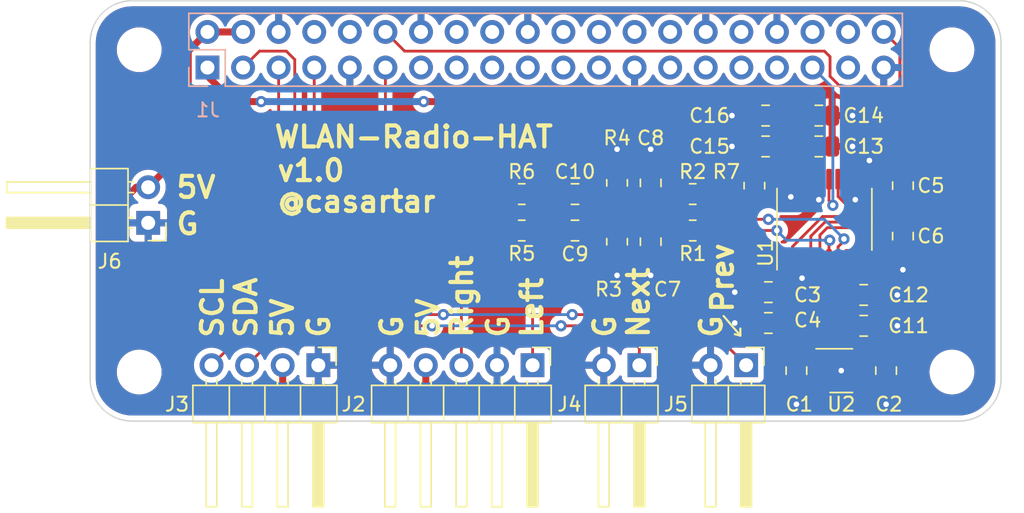
<source format=kicad_pcb>
(kicad_pcb (version 20221018) (generator pcbnew)
  (layers (0 "F.Cu" signal) (31 "B.Cu" signal) (34 "B.Paste" user) (35 "F.Paste" user) (36 "B.SilkS" user "B.Silkscreen") (37 "F.SilkS" user "F.Silkscreen") (38 "B.Mask" user) (39 "F.Mask" user) (44 "Edge.Cuts" user))
  (net 0 "")
  (net 1 "+5V")
  (net 2 "GND")
  (net 3 "+3.3VA")
  (net 4 "Net-(U1-CAPP)")
  (net 5 "Net-(U1-CAPM)")
  (net 6 "Net-(U1-VNEG)")
  (net 7 "Net-(C7-Pad1)")
  (net 8 "Net-(C10-Pad1)")
  (net 9 "Net-(C9-Pad2)")
  (net 10 "Net-(C10-Pad2)")
  (net 11 "Net-(U1-LDOO)")
  (net 12 "+3V3")
  (net 13 "LCD_SDA")
  (net 14 "LCD_SCL")
  (net 15 "Next Button")
  (net 16 "Previous Button")
  (net 17 "BCK")
  (net 30 "LRCK")
  (net 33 "DIN")
  (net 34 "Net-(J2-Pin_1)")
  (net 35 "Net-(J2-Pin_3)")
  (net 36 "Net-(U1-OUTL)")
  (net 37 "Net-(U1-OUTR)")
  (net 38 "Net-(U1-XSMT)")
  (footprint "Capacitor_SMD:C_0805_2012Metric" (layer "F.Cu") (at 158 86.8 -90)
    (fp_text reference "C6" (at 0 -2 -180) (layer "F.SilkS"))
    (fp_text value "2.2µF")
    (pad "1" smd roundrect (at -0.95 0 270) (size 1 1.45) (layers "F.Cu" "F.Paste" "F.Mask") (net 6 "Net-(U1-VNEG)"))
    (pad "2" smd roundrect (at 0.95 0 270) (size 1 1.45) (layers "F.Cu" "F.Paste" "F.Mask") (net 2 "GND"))
  )
  (footprint "Connector_PinHeader_2.54mm:PinHeader_1x04_P2.54mm_Horizontal" (layer "F.Cu") (at 116.28 96.012 -90)
    (fp_text reference "J3" (at 2.788 10.08 -180) (layer "F.SilkS"))
    (fp_text value "LCD")
    (pad "1" thru_hole rect (at 0 0 270) (size 1.7 1.7) (drill 1) (layers "*.Cu" "*.Mask") (net 2 "GND"))
    (pad "2" thru_hole oval (at 0 2.54 270) (size 1.7 1.7) (drill 1) (layers "*.Cu" "*.Mask") (net 1 "+5V"))
    (pad "3" thru_hole oval (at 0 5.08 270) (size 1.7 1.7) (drill 1) (layers "*.Cu" "*.Mask") (net 13 "LCD_SDA"))
    (pad "4" thru_hole oval (at 0 7.62 270) (size 1.7 1.7) (drill 1) (layers "*.Cu" "*.Mask") (net 14 "LCD_SCL"))
  )
  (footprint "MountingHole:MountingHole_2.7mm_M2.5" (layer "F.Cu") (at 161.5 73.5)
    (fp_text reference "H2" hide)
    (fp_text value "MountingHole")
    (pad "" np_thru_hole circle (at 0 0) (size 2.7 2.7) (drill 2.7) (layers "*.Cu" "*.Mask"))
  )
  (footprint "Connector_PinHeader_2.54mm:PinHeader_1x02_P2.54mm_Horizontal" (layer "F.Cu") (at 146.812 96.012 -90)
    (fp_text reference "J5" (at 2.788 5.012 -180) (layer "F.SilkS"))
    (fp_text value "Prev")
    (pad "1" thru_hole rect (at 0 0 270) (size 1.7 1.7) (drill 1) (layers "*.Cu" "*.Mask") (net 16 "Previous Button"))
    (pad "2" thru_hole oval (at 0 2.54 270) (size 1.7 1.7) (drill 1) (layers "*.Cu" "*.Mask") (net 2 "GND"))
  )
  (footprint "MountingHole:MountingHole_2.7mm_M2.5" (layer "F.Cu") (at 103.5 73.5)
    (fp_text reference "H3" hide)
    (fp_text value "MountingHole")
    (pad "" np_thru_hole circle (at 0 0) (size 2.7 2.7) (drill 2.7) (layers "*.Cu" "*.Mask"))
  )
  (footprint "Resistor_SMD:R_0805_2012Metric" (layer "F.Cu") (at 147.4 83.2 -90)
    (fp_text reference "R7" (at -1 2 -180) (layer "F.SilkS"))
    (fp_text value "10k")
    (pad "1" smd roundrect (at -0.9125 0 270) (size 1.025 1.4) (layers "F.Cu" "F.Paste" "F.Mask") (roundrect_rratio 0.243902) (net 12 "+3V3"))
    (pad "2" smd roundrect (at 0.9125 0 270) (size 1.025 1.4) (layers "F.Cu" "F.Paste" "F.Mask") (roundrect_rratio 0.243902) (net 38 "Net-(U1-XSMT)"))
  )
  (footprint "Connector_PinHeader_2.54mm:PinHeader_1x02_P2.54mm_Horizontal" (layer "F.Cu") (at 104.14 85.852 180)
    (fp_text reference "J6" (at 2.74 -2.748) (layer "F.SilkS"))
    (fp_text value "Supply")
    (pad "1" thru_hole rect (at 0 0 180) (size 1.7 1.7) (drill 1) (layers "*.Cu" "*.Mask") (net 2 "GND"))
    (pad "2" thru_hole oval (at 0 2.54 180) (size 1.7 1.7) (drill 1) (layers "*.Cu" "*.Mask") (net 1 "+5V"))
  )
  (footprint "Capacitor_SMD:C_0805_2012Metric" (layer "F.Cu") (at 156.8 96.4 -90)
    (fp_text reference "C2" (at 2.4 -0.2 -180) (layer "F.SilkS"))
    (fp_text value "1µF")
    (pad "1" smd roundrect (at -0.95 0 270) (size 1 1.45) (layers "F.Cu" "F.Paste" "F.Mask") (net 3 "+3.3VA"))
    (pad "2" smd roundrect (at 0.95 0 270) (size 1 1.45) (layers "F.Cu" "F.Paste" "F.Mask") (net 2 "GND"))
  )
  (footprint "Connector_PinHeader_2.54mm:PinHeader_1x02_P2.54mm_Horizontal" (layer "F.Cu") (at 139.192 96.012 -90)
    (fp_text reference "J4" (at 2.788 4.992 -180) (layer "F.SilkS"))
    (fp_text value "Next")
    (pad "1" thru_hole rect (at 0 0 270) (size 1.7 1.7) (drill 1) (layers "*.Cu" "*.Mask") (net 15 "Next Button"))
    (pad "2" thru_hole oval (at 0 2.54 270) (size 1.7 1.7) (drill 1) (layers "*.Cu" "*.Mask") (net 2 "GND"))
  )
  (footprint "Resistor_SMD:R_0805_2012Metric" (layer "F.Cu") (at 137.6 83 90)
    (fp_text reference "R4" (at 3.2 0 180) (layer "F.SilkS"))
    (fp_text value "DNF")
    (pad "1" smd roundrect (at -0.9125 0 90) (size 1.025 1.4) (layers "F.Cu" "F.Paste" "F.Mask") (roundrect_rratio 0.243902) (net 8 "Net-(C10-Pad1)"))
    (pad "2" smd roundrect (at 0.9125 0 90) (size 1.025 1.4) (layers "F.Cu" "F.Paste" "F.Mask") (roundrect_rratio 0.243902) (net 2 "GND"))
  )
  (footprint "Capacitor_SMD:C_0805_2012Metric" (layer "F.Cu") (at 148.4 93 180)
    (fp_text reference "C4" (at -2.8 0.2) (layer "F.SilkS"))
    (fp_text value "10µF")
    (pad "1" smd roundrect (at -0.95 0 180) (size 1 1.45) (layers "F.Cu" "F.Paste" "F.Mask") (net 3 "+3.3VA"))
    (pad "2" smd roundrect (at 0.95 0 180) (size 1 1.45) (layers "F.Cu" "F.Paste" "F.Mask") (net 2 "GND"))
  )
  (footprint "Resistor_SMD:R_0805_2012Metric" (layer "F.Cu") (at 130.8 86.4 180)
    (fp_text reference "R5" (at 0 -1.65) (layer "F.SilkS"))
    (fp_text value "0R")
    (pad "1" smd roundrect (at -0.9125 0 180) (size 1.025 1.4) (layers "F.Cu" "F.Paste" "F.Mask") (roundrect_rratio 0.243902) (net 9 "Net-(C9-Pad2)"))
    (pad "2" smd roundrect (at 0.9125 0 180) (size 1.025 1.4) (layers "F.Cu" "F.Paste" "F.Mask") (roundrect_rratio 0.243902) (net 34 "Net-(J2-Pin_1)"))
  )
  (footprint "Capacitor_SMD:C_0805_2012Metric" (layer "F.Cu") (at 150.4 96.4 -90)
    (fp_text reference "C1" (at 2.4 -0.2 -180) (layer "F.SilkS"))
    (fp_text value "1µF")
    (pad "1" smd roundrect (at -0.95 0 270) (size 1 1.45) (layers "F.Cu" "F.Paste" "F.Mask") (net 1 "+5V"))
    (pad "2" smd roundrect (at 0.95 0 270) (size 1 1.45) (layers "F.Cu" "F.Paste" "F.Mask") (net 2 "GND"))
  )
  (footprint "Capacitor_SMD:C_0805_2012Metric" (layer "F.Cu") (at 140 83 90)
    (fp_text reference "C8" (at 3.2 0 180) (layer "F.SilkS"))
    (fp_text value "2.2nF")
    (pad "1" smd roundrect (at -0.95 0 90) (size 1 1.45) (layers "F.Cu" "F.Paste" "F.Mask") (net 8 "Net-(C10-Pad1)"))
    (pad "2" smd roundrect (at 0.95 0 90) (size 1 1.45) (layers "F.Cu" "F.Paste" "F.Mask") (net 2 "GND"))
  )
  (footprint "MountingHole:MountingHole_2.7mm_M2.5" (layer "F.Cu") (at 103.5 96.5)
    (fp_text reference "H4" hide)
    (fp_text value "MountingHole")
    (pad "" np_thru_hole circle (at 0 0) (size 2.7 2.7) (drill 2.7) (layers "*.Cu" "*.Mask"))
  )
  (footprint "Capacitor_SMD:C_0805_2012Metric" (layer "F.Cu") (at 134.6 86.4 180)
    (fp_text reference "C9" (at 0 -1.68) (layer "F.SilkS"))
    (fp_text value "0R")
    (pad "1" smd roundrect (at -0.95 0 180) (size 1 1.45) (layers "F.Cu" "F.Paste" "F.Mask") (net 7 "Net-(C7-Pad1)"))
    (pad "2" smd roundrect (at 0.95 0 180) (size 1 1.45) (layers "F.Cu" "F.Paste" "F.Mask") (net 9 "Net-(C9-Pad2)"))
  )
  (footprint "Connector_PinHeader_2.54mm:PinHeader_1x05_P2.54mm_Horizontal" (layer "F.Cu") (at 131.572 96.012 -90)
    (fp_text reference "J2" (at 2.788 12.772 -180) (layer "F.SilkS"))
    (fp_text value "Amp")
    (pad "1" thru_hole rect (at 0 0 270) (size 1.7 1.7) (drill 1) (layers "*.Cu" "*.Mask") (net 34 "Net-(J2-Pin_1)"))
    (pad "2" thru_hole oval (at 0 2.54 270) (size 1.7 1.7) (drill 1) (layers "*.Cu" "*.Mask") (net 2 "GND"))
    (pad "3" thru_hole oval (at 0 5.08 270) (size 1.7 1.7) (drill 1) (layers "*.Cu" "*.Mask") (net 35 "Net-(J2-Pin_3)"))
    (pad "4" thru_hole oval (at 0 7.62 270) (size 1.7 1.7) (drill 1) (layers "*.Cu" "*.Mask") (net 1 "+5V"))
    (pad "5" thru_hole oval (at 0 10.16 270) (size 1.7 1.7) (drill 1) (layers "*.Cu" "*.Mask") (net 2 "GND"))
  )
  (footprint "Capacitor_SMD:C_0805_2012Metric" (layer "F.Cu") (at 148.4 90.8 180)
    (fp_text reference "C3" (at -2.8 -0.2) (layer "F.SilkS"))
    (fp_text value "100nF")
    (pad "1" smd roundrect (at -0.95 0 180) (size 1 1.45) (layers "F.Cu" "F.Paste" "F.Mask") (net 3 "+3.3VA"))
    (pad "2" smd roundrect (at 0.95 0 180) (size 1 1.45) (layers "F.Cu" "F.Paste" "F.Mask") (net 2 "GND"))
  )
  (footprint "Resistor_SMD:R_0805_2012Metric" (layer "F.Cu") (at 130.8 83.8 180)
    (fp_text reference "R6" (at 0 1.6) (layer "F.SilkS"))
    (fp_text value "0R")
    (pad "1" smd roundrect (at -0.9125 0 180) (size 1.025 1.4) (layers "F.Cu" "F.Paste" "F.Mask") (roundrect_rratio 0.243902) (net 10 "Net-(C10-Pad2)"))
    (pad "2" smd roundrect (at 0.9125 0 180) (size 1.025 1.4) (layers "F.Cu" "F.Paste" "F.Mask") (roundrect_rratio 0.243902) (net 35 "Net-(J2-Pin_3)"))
  )
  (footprint "Resistor_SMD:R_0805_2012Metric" (layer "F.Cu") (at 143 86.4 180)
    (fp_text reference "R1" (at 0 -1.65) (layer "F.SilkS"))
    (fp_text value "470R")
    (pad "1" smd roundrect (at -0.9125 0 180) (size 1.025 1.4) (layers "F.Cu" "F.Paste" "F.Mask") (roundrect_rratio 0.243902) (net 36 "Net-(U1-OUTL)"))
    (pad "2" smd roundrect (at 0.9125 0 180) (size 1.025 1.4) (layers "F.Cu" "F.Paste" "F.Mask") (roundrect_rratio 0.243902) (net 7 "Net-(C7-Pad1)"))
  )
  (footprint "Package_TO_SOT_SMD:TSOT-23-5" (layer "F.Cu") (at 153.6 96.4)
    (fp_text reference "U2" (at 0 2.4) (layer "F.SilkS"))
    (fp_text value "AMP150")
    (pad "1" smd roundrect (at -1.1375 -0.95) (size 1.325 0.6) (layers "F.Cu" "F.Paste" "F.Mask") (net 1 "+5V"))
    (pad "2" smd roundrect (at -1.1375 0) (size 1.325 0.6) (layers "F.Cu" "F.Paste" "F.Mask") (net 2 "GND"))
    (pad "3" smd roundrect (at -1.1375 0.95) (size 1.325 0.6) (layers "F.Cu" "F.Paste" "F.Mask") (net 1 "+5V"))
    (pad "4" smd roundrect (at 1.1375 0.95) (size 1.325 0.6) (layers "F.Cu" "F.Paste" "F.Mask"))
    (pad "5" smd roundrect (at 1.1375 -0.95) (size 1.325 0.6) (layers "F.Cu" "F.Paste" "F.Mask") (net 3 "+3.3VA"))
  )
  (footprint "Capacitor_SMD:C_0805_2012Metric" (layer "F.Cu") (at 152 78.2)
    (fp_text reference "C14" (at 3.2 0) (layer "F.SilkS"))
    (fp_text value "10µF")
    (pad "1" smd roundrect (at -0.95 0) (size 1 1.45) (layers "F.Cu" "F.Paste" "F.Mask") (net 11 "Net-(U1-LDOO)"))
    (pad "2" smd roundrect (at 0.95 0) (size 1 1.45) (layers "F.Cu" "F.Paste" "F.Mask") (net 2 "GND"))
  )
  (footprint "Capacitor_SMD:C_0805_2012Metric" (layer "F.Cu") (at 155.2 91)
    (fp_text reference "C12" (at 3.2 0) (layer "F.SilkS"))
    (fp_text value "10µF")
    (pad "1" smd roundrect (at -0.95 0) (size 1 1.45) (layers "F.Cu" "F.Paste" "F.Mask") (net 3 "+3.3VA"))
    (pad "2" smd roundrect (at 0.95 0) (size 1 1.45) (layers "F.Cu" "F.Paste" "F.Mask") (net 2 "GND"))
  )
  (footprint "Resistor_SMD:R_0805_2012Metric" (layer "F.Cu") (at 137.6 87.2 -90)
    (fp_text reference "R3" (at 3.4 0.6 -180) (layer "F.SilkS"))
    (fp_text value "DNF")
    (pad "1" smd roundrect (at -0.9125 0 270) (size 1.025 1.4) (layers "F.Cu" "F.Paste" "F.Mask") (roundrect_rratio 0.243902) (net 7 "Net-(C7-Pad1)"))
    (pad "2" smd roundrect (at 0.9125 0 270) (size 1.025 1.4) (layers "F.Cu" "F.Paste" "F.Mask") (roundrect_rratio 0.243902) (net 2 "GND"))
  )
  (footprint "MountingHole:MountingHole_2.7mm_M2.5" (layer "F.Cu") (at 161.5 96.5)
    (fp_text reference "H1" hide)
    (fp_text value "MountingHole")
    (pad "" np_thru_hole circle (at 0 0) (size 2.7 2.7) (drill 2.7) (layers "*.Cu" "*.Mask"))
  )
  (footprint "Capacitor_SMD:C_0805_2012Metric" (layer "F.Cu") (at 152 80.4)
    (fp_text reference "C13" (at 3.2 0) (layer "F.SilkS"))
    (fp_text value "100nF")
    (pad "1" smd roundrect (at -0.95 0) (size 1 1.45) (layers "F.Cu" "F.Paste" "F.Mask") (net 11 "Net-(U1-LDOO)"))
    (pad "2" smd roundrect (at 0.95 0) (size 1 1.45) (layers "F.Cu" "F.Paste" "F.Mask") (net 2 "GND"))
  )
  (footprint "Capacitor_SMD:C_0805_2012Metric" (layer "F.Cu") (at 148.2 80.4 180)
    (fp_text reference "C15" (at 4 0) (layer "F.SilkS"))
    (fp_text value "100nF")
    (pad "1" smd roundrect (at -0.95 0 180) (size 1 1.45) (layers "F.Cu" "F.Paste" "F.Mask") (net 12 "+3V3"))
    (pad "2" smd roundrect (at 0.95 0 180) (size 1 1.45) (layers "F.Cu" "F.Paste" "F.Mask") (net 2 "GND"))
  )
  (footprint "Capacitor_SMD:C_0805_2012Metric" (layer "F.Cu") (at 134.6 83.8 180)
    (fp_text reference "C10" (at 0 1.6) (layer "F.SilkS"))
    (fp_text value "0R")
    (pad "1" smd roundrect (at -0.95 0 180) (size 1 1.45) (layers "F.Cu" "F.Paste" "F.Mask") (net 8 "Net-(C10-Pad1)"))
    (pad "2" smd roundrect (at 0.95 0 180) (size 1 1.45) (layers "F.Cu" "F.Paste" "F.Mask") (net 10 "Net-(C10-Pad2)"))
  )
  (footprint "Capacitor_SMD:C_0805_2012Metric" (layer "F.Cu") (at 148.2 78.2 180)
    (fp_text reference "C16" (at 4 0) (layer "F.SilkS"))
    (fp_text value "10µF")
    (pad "1" smd roundrect (at -0.95 0 180) (size 1 1.45) (layers "F.Cu" "F.Paste" "F.Mask") (net 12 "+3V3"))
    (pad "2" smd roundrect (at 0.95 0 180) (size 1 1.45) (layers "F.Cu" "F.Paste" "F.Mask") (net 2 "GND"))
  )
  (footprint "Resistor_SMD:R_0805_2012Metric" (layer "F.Cu") (at 143 83.8 180)
    (fp_text reference "R2" (at 0 1.6) (layer "F.SilkS"))
    (fp_text value "470R")
    (pad "1" smd roundrect (at -0.9125 0 180) (size 1.025 1.4) (layers "F.Cu" "F.Paste" "F.Mask") (roundrect_rratio 0.243902) (net 37 "Net-(U1-OUTR)"))
    (pad "2" smd roundrect (at 0.9125 0 180) (size 1.025 1.4) (layers "F.Cu" "F.Paste" "F.Mask") (roundrect_rratio 0.243902) (net 8 "Net-(C10-Pad1)"))
  )
  (footprint "Capacitor_SMD:C_0805_2012Metric" (layer "F.Cu") (at 140 87.2 -90)
    (fp_text reference "C7" (at 3.4 -1.2 -180) (layer "F.SilkS"))
    (fp_text value "2.2nF")
    (pad "1" smd roundrect (at -0.95 0 270) (size 1 1.45) (layers "F.Cu" "F.Paste" "F.Mask") (net 7 "Net-(C7-Pad1)"))
    (pad "2" smd roundrect (at 0.95 0 270) (size 1 1.45) (layers "F.Cu" "F.Paste" "F.Mask") (net 2 "GND"))
  )
  (footprint "Capacitor_SMD:C_0805_2012Metric" (layer "F.Cu") (at 158 83.2 -90)
    (fp_text reference "C5" (at 0 -2 -180) (layer "F.SilkS"))
    (fp_text value "2.2µF")
    (pad "1" smd roundrect (at -0.95 0 270) (size 1 1.45) (layers "F.Cu" "F.Paste" "F.Mask") (net 4 "Net-(U1-CAPP)"))
    (pad "2" smd roundrect (at 0.95 0 270) (size 1 1.45) (layers "F.Cu" "F.Paste" "F.Mask") (net 5 "Net-(U1-CAPM)"))
  )
  (footprint "Package_SO:TSSOP-20_4.4x6.5mm_P0.65mm" (layer "F.Cu") (at 152.4 85.6 90)
    (fp_text reference "U1" (at -2.4 -4.2 90) (layer "F.SilkS"))
    (fp_text value "PCM5100A")
    (pad "1" smd roundrect (at -2.8625 -2.925 90) (size 1.475 0.4) (layers "F.Cu" "F.Paste" "F.Mask") (net 3 "+3.3VA"))
    (pad "2" smd roundrect (at -2.8625 -2.275 90) (size 1.475 0.4) (layers "F.Cu" "F.Paste" "F.Mask") (net 4 "Net-(U1-CAPP)"))
    (pad "3" smd roundrect (at -2.8625 -1.625 90) (size 1.475 0.4) (layers "F.Cu" "F.Paste" "F.Mask") (net 2 "GND"))
    (pad "4" smd roundrect (at -2.8625 -0.975 90) (size 1.475 0.4) (layers "F.Cu" "F.Paste" "F.Mask") (net 5 "Net-(U1-CAPM)"))
    (pad "5" smd roundrect (at -2.8625 -0.325 90) (size 1.475 0.4) (layers "F.Cu" "F.Paste" "F.Mask") (net 6 "Net-(U1-VNEG)"))
    (pad "6" smd roundrect (at -2.8625 0.325 90) (size 1.475 0.4) (layers "F.Cu" "F.Paste" "F.Mask") (net 36 "Net-(U1-OUTL)"))
    (pad "7" smd roundrect (at -2.8625 0.975 90) (size 1.475 0.4) (layers "F.Cu" "F.Paste" "F.Mask") (net 37 "Net-(U1-OUTR)"))
    (pad "8" smd roundrect (at -2.8625 1.625 90) (size 1.475 0.4) (layers "F.Cu" "F.Paste" "F.Mask") (net 3 "+3.3VA"))
    (pad "9" smd roundrect (at -2.8625 2.275 90) (size 1.475 0.4) (layers "F.Cu" "F.Paste" "F.Mask") (net 2 "GND"))
    (pad "10" smd roundrect (at -2.8625 2.925 90) (size 1.475 0.4) (layers "F.Cu" "F.Paste" "F.Mask") (net 2 "GND"))
    (pad "11" smd roundrect (at 2.8625 2.925 90) (size 1.475 0.4) (layers "F.Cu" "F.Paste" "F.Mask") (net 2 "GND"))
    (pad "12" smd roundrect (at 2.8625 2.275 90) (size 1.475 0.4) (layers "F.Cu" "F.Paste" "F.Mask") (net 2 "GND"))
    (pad "13" smd roundrect (at 2.8625 1.625 90) (size 1.475 0.4) (layers "F.Cu" "F.Paste" "F.Mask") (net 17 "BCK"))
    (pad "14" smd roundrect (at 2.8625 0.975 90) (size 1.475 0.4) (layers "F.Cu" "F.Paste" "F.Mask") (net 33 "DIN"))
    (pad "15" smd roundrect (at 2.8625 0.325 90) (size 1.475 0.4) (layers "F.Cu" "F.Paste" "F.Mask") (net 30 "LRCK"))
    (pad "16" smd roundrect (at 2.8625 -0.325 90) (size 1.475 0.4) (layers "F.Cu" "F.Paste" "F.Mask") (net 2 "GND"))
    (pad "17" smd roundrect (at 2.8625 -0.975 90) (size 1.475 0.4) (layers "F.Cu" "F.Paste" "F.Mask") (net 38 "Net-(U1-XSMT)"))
    (pad "18" smd roundrect (at 2.8625 -1.625 90) (size 1.475 0.4) (layers "F.Cu" "F.Paste" "F.Mask") (net 11 "Net-(U1-LDOO)"))
    (pad "19" smd roundrect (at 2.8625 -2.275 90) (size 1.475 0.4) (layers "F.Cu" "F.Paste" "F.Mask") (net 2 "GND"))
    (pad "20" smd roundrect (at 2.8625 -2.925 90) (size 1.475 0.4) (layers "F.Cu" "F.Paste" "F.Mask") (net 12 "+3V3"))
  )
  (footprint "Capacitor_SMD:C_0805_2012Metric" (layer "F.Cu") (at 155.2 93.2)
    (fp_text reference "C11" (at 3.2 0) (layer "F.SilkS"))
    (fp_text value "100nF")
    (pad "1" smd roundrect (at -0.95 0) (size 1 1.45) (layers "F.Cu" "F.Paste" "F.Mask") (net 3 "+3.3VA"))
    (pad "2" smd roundrect (at 0.95 0) (size 1 1.45) (layers "F.Cu" "F.Paste" "F.Mask") (net 2 "GND"))
  )
  (footprint "Connector_PinSocket_2.54mm:PinSocket_2x20_P2.54mm_Vertical" (layer "B.Cu") (at 108.37 74.77 -90)
    (fp_text reference "J1" (at 3.03 -0.03 -180) (layer "B.SilkS") (effects (justify mirror)))
    (fp_text value "Pi")
    (pad "1" thru_hole rect locked (at 0 0 270) (size 1.7 1.7) (drill 1) (layers "*.Cu" "*.Mask") (net 12 "+3V3"))
    (pad "2" thru_hole oval locked (at -2.54 0 270) (size 1.7 1.7) (drill 1) (layers "*.Cu" "*.Mask") (net 1 "+5V"))
    (pad "3" thru_hole oval locked (at 0 -2.54 270) (size 1.7 1.7) (drill 1) (layers "*.Cu" "*.Mask") (net 13 "LCD_SDA"))
    (pad "4" thru_hole oval locked (at -2.54 -2.54 270) (size 1.7 1.7) (drill 1) (layers "*.Cu" "*.Mask") (net 1 "+5V"))
    (pad "5" thru_hole oval locked (at 0 -5.08 270) (size 1.7 1.7) (drill 1) (layers "*.Cu" "*.Mask") (net 14 "LCD_SCL"))
    (pad "6" thru_hole oval locked (at -2.54 -5.08 270) (size 1.7 1.7) (drill 1) (layers "*.Cu" "*.Mask") (net 2 "GND"))
    (pad "7" thru_hole oval locked (at 0 -7.62 270) (size 1.7 1.7) (drill 1) (layers "*.Cu" "*.Mask") (net 15 "Next Button"))
    (pad "8" thru_hole oval locked (at -2.54 -7.62 270) (size 1.7 1.7) (drill 1) (layers "*.Cu" "*.Mask"))
    (pad "9" thru_hole oval locked (at 0 -10.16 270) (size 1.7 1.7) (drill 1) (layers "*.Cu" "*.Mask") (net 2 "GND"))
    (pad "10" thru_hole oval locked (at -2.54 -10.16 270) (size 1.7 1.7) (drill 1) (layers "*.Cu" "*.Mask"))
    (pad "11" thru_hole oval locked (at 0 -12.7 270) (size 1.7 1.7) (drill 1) (layers "*.Cu" "*.Mask") (net 16 "Previous Button"))
    (pad "12" thru_hole oval locked (at -2.54 -12.7 270) (size 1.7 1.7) (drill 1) (layers "*.Cu" "*.Mask") (net 17 "BCK"))
    (pad "13" thru_hole oval locked (at 0 -15.24 270) (size 1.7 1.7) (drill 1) (layers "*.Cu" "*.Mask"))
    (pad "14" thru_hole oval locked (at -2.54 -15.24 270) (size 1.7 1.7) (drill 1) (layers "*.Cu" "*.Mask") (net 2 "GND"))
    (pad "15" thru_hole oval locked (at 0 -17.78 270) (size 1.7 1.7) (drill 1) (layers "*.Cu" "*.Mask"))
    (pad "16" thru_hole oval locked (at -2.54 -17.78 270) (size 1.7 1.7) (drill 1) (layers "*.Cu" "*.Mask"))
    (pad "17" thru_hole oval locked (at 0 -20.32 270) (size 1.7 1.7) (drill 1) (layers "*.Cu" "*.Mask"))
    (pad "18" thru_hole oval locked (at -2.54 -20.32 270) (size 1.7 1.7) (drill 1) (layers "*.Cu" "*.Mask"))
    (pad "19" thru_hole oval locked (at 0 -22.86 270) (size 1.7 1.7) (drill 1) (layers "*.Cu" "*.Mask"))
    (pad "20" thru_hole oval locked (at -2.54 -22.86 270) (size 1.7 1.7) (drill 1) (layers "*.Cu" "*.Mask") (net 2 "GND"))
    (pad "21" thru_hole oval locked (at 0 -25.4 270) (size 1.7 1.7) (drill 1) (layers "*.Cu" "*.Mask"))
    (pad "22" thru_hole oval locked (at -2.54 -25.4 270) (size 1.7 1.7) (drill 1) (layers "*.Cu" "*.Mask"))
    (pad "23" thru_hole oval locked (at 0 -27.94 270) (size 1.7 1.7) (drill 1) (layers "*.Cu" "*.Mask"))
    (pad "24" thru_hole oval locked (at -2.54 -27.94 270) (size 1.7 1.7) (drill 1) (layers "*.Cu" "*.Mask"))
    (pad "25" thru_hole oval locked (at 0 -30.48 270) (size 1.7 1.7) (drill 1) (layers "*.Cu" "*.Mask") (net 2 "GND"))
    (pad "26" thru_hole oval locked (at -2.54 -30.48 270) (size 1.7 1.7) (drill 1) (layers "*.Cu" "*.Mask"))
    (pad "27" thru_hole oval locked (at 0 -33.02 270) (size 1.7 1.7) (drill 1) (layers "*.Cu" "*.Mask"))
    (pad "28" thru_hole oval locked (at -2.54 -33.02 270) (size 1.7 1.7) (drill 1) (layers "*.Cu" "*.Mask"))
    (pad "29" thru_hole oval locked (at 0 -35.56 270) (size 1.7 1.7) (drill 1) (layers "*.Cu" "*.Mask"))
    (pad "30" thru_hole oval locked (at -2.54 -35.56 270) (size 1.7 1.7) (drill 1) (layers "*.Cu" "*.Mask") (net 2 "GND"))
    (pad "31" thru_hole oval locked (at 0 -38.1 270) (size 1.7 1.7) (drill 1) (layers "*.Cu" "*.Mask"))
    (pad "32" thru_hole oval locked (at -2.54 -38.1 270) (size 1.7 1.7) (drill 1) (layers "*.Cu" "*.Mask"))
    (pad "33" thru_hole oval locked (at 0 -40.64 270) (size 1.7 1.7) (drill 1) (layers "*.Cu" "*.Mask"))
    (pad "34" thru_hole oval locked (at -2.54 -40.64 270) (size 1.7 1.7) (drill 1) (layers "*.Cu" "*.Mask") (net 2 "GND"))
    (pad "35" thru_hole oval locked (at 0 -43.18 270) (size 1.7 1.7) (drill 1) (layers "*.Cu" "*.Mask") (net 30 "LRCK"))
    (pad "36" thru_hole oval locked (at -2.54 -43.18 270) (size 1.7 1.7) (drill 1) (layers "*.Cu" "*.Mask"))
    (pad "37" thru_hole oval locked (at 0 -45.72 270) (size 1.7 1.7) (drill 1) (layers "*.Cu" "*.Mask"))
    (pad "38" thru_hole oval locked (at -2.54 -45.72 270) (size 1.7 1.7) (drill 1) (layers "*.Cu" "*.Mask"))
    (pad "39" thru_hole oval locked (at 0 -48.26 270) (size 1.7 1.7) (drill 1) (layers "*.Cu" "*.Mask") (net 2 "GND"))
    (pad "40" thru_hole oval locked (at -2.54 -48.26 270) (size 1.7 1.7) (drill 1) (layers "*.Cu" "*.Mask") (net 33 "DIN"))
  )
  (gr_line (start 145.2 92.5) (end 146.4 93.9) (stroke (width 0.15)) (layer "F.SilkS"))
  (gr_line (start 146.4 93.9) (end 146.4 93.4) (stroke (width 0.15)) (layer "F.SilkS"))
  (gr_line (start 146.4 93.4) (end 146.4 93.9) (stroke (width 0.15)) (layer "F.SilkS"))
  (gr_line (start 146.4 93.9) (end 146 93.8) (stroke (width 0.15)) (layer "F.SilkS"))
  (gr_line (start 162 70) (end 103 70) (stroke (width 0.1)) (layer "Edge.Cuts"))
  (gr_line (start 165 97) (end 165 73) (stroke (width 0.1)) (layer "Edge.Cuts"))
  (gr_line (start 103 100) (end 162 100) (stroke (width 0.1)) (layer "Edge.Cuts"))
  (gr_arc (start 100 73) (mid 100.87868 70.87868) (end 103 70) (stroke (width 0.1)) (layer "Edge.Cuts"))
  (gr_arc (start 103 100) (mid 100.87868 99.12132) (end 100 97) (stroke (width 0.1)) (layer "Edge.Cuts"))
  (gr_arc (start 162 70) (mid 164.12132 70.87868) (end 165 73) (stroke (width 0.1)) (layer "Edge.Cuts"))
  (gr_arc (start 165 97) (mid 164.12132 99.12132) (end 162 100) (stroke (width 0.1)) (layer "Edge.Cuts"))
  (gr_line (start 100 73) (end 100 97) (stroke (width 0.1)) (layer "Edge.Cuts"))
  (gr_text "G" (at 137.6 94.2 90) (layer "F.SilkS") (effects (font (size 1.5 1.5) (thickness 0.3) bold) (justify left bottom)))
  (gr_text "Prev" (at 146 92.4 90) (layer "F.SilkS") (effects (font (size 1.5 1.5) (thickness 0.3) bold) (justify left bottom)))
  (gr_text "G" (at 117.2 94.2 90) (layer "F.SilkS") (effects (font (size 1.5 1.5) (thickness 0.3) bold) (justify left bottom)))
  (gr_text "Next\n" (at 140 94.2 90) (layer "F.SilkS") (effects (font (size 1.5 1.5) (thickness 0.3) bold) (justify left bottom)))
  (gr_text "SCL" (at 109.6 94.2 90) (layer "F.SilkS") (effects (font (size 1.5 1.5) (thickness 0.3) bold) (justify left bottom)))
  (gr_text "SDA\n" (at 112 94.2 90) (layer "F.SilkS") (effects (font (size 1.5 1.5) (thickness 0.3) bold) (justify left bottom)))
  (gr_text "5V" (at 125 94.2 90) (layer "F.SilkS") (effects (font (size 1.5 1.5) (thickness 0.3) bold) (justify left bottom)))
  (gr_text "G" (at 122.4 94.2 90) (layer "F.SilkS") (effects (font (size 1.5 1.5) (thickness 0.3) bold) (justify left bottom)))
  (gr_text "Left" (at 132.4 94.2 90) (layer "F.SilkS") (effects (font (size 1.5 1.5) (thickness 0.3) bold) (justify left bottom)))
  (gr_text "G" (at 106 86.8) (layer "F.SilkS") (effects (font (size 1.5 1.5) (thickness 0.3) bold) (justify left bottom)))
  (gr_text "G" (at 130 94.2 90) (layer "F.SilkS") (effects (font (size 1.5 1.5) (thickness 0.3) bold) (justify left bottom)))
  (gr_text "WLAN-Radio-HAT" (at 113 80.6) (layer "F.SilkS") (effects (font (size 1.5 1.5) (thickness 0.3) bold) (justify left bottom)))
  (gr_text "5V" (at 106 84.2) (layer "F.SilkS") (effects (font (size 1.5 1.5) (thickness 0.3) bold) (justify left bottom)))
  (gr_text "G" (at 145.2 94.2 90) (layer "F.SilkS") (effects (font (size 1.5 1.5) (thickness 0.3) bold) (justify left bottom)))
  (gr_text "@casartar" (at 113.2 85.2) (layer "F.SilkS") (effects (font (size 1.5 1.5) (thickness 0.3) bold) (justify left bottom)))
  (gr_text "5V" (at 114.6 94.2 90) (layer "F.SilkS") (effects (font (size 1.5 1.5) (thickness 0.3) bold) (justify left bottom)))
  (gr_text "v1.0" (at 113.2 83) (layer "F.SilkS") (effects (font (size 1.5 1.5) (thickness 0.3) bold) (justify left bottom)))
  (gr_text "Right" (at 127.4 94.2 90) (layer "F.SilkS") (effects (font (size 1.5 1.5) (thickness 0.3) bold) (justify left bottom)))
  (segment (start 123 98.6) (end 114.8 98.6) (width 0.5) (layer "F.Cu") (net 1))
  (segment (start 108.37 72.23) (end 107 73.6) (width 0.5) (layer "F.Cu") (net 1))
  (segment (start 153.125 97.35) (end 152.4625 97.35) (width 0.2) (layer "F.Cu") (net 1))
  (segment (start 152.113604 97.35) (end 151.4 96.636396) (width 0.2) (layer "F.Cu") (net 1))
  (segment (start 107 94) (end 101.6 88.6) (width 0.5) (layer "F.Cu") (net 1))
  (segment (start 152.4625 97.35) (end 152.113604 97.35) (width 0.2) (layer "F.Cu") (net 1))
  (segment (start 107 80.452) (end 104.14 83.312) (width 0.5) (layer "F.Cu") (net 1))
  (segment (start 147.8 98.6) (end 125 98.6) (width 0.5) (layer "F.Cu") (net 1))
  (segment (start 123.952 97.648) (end 123 98.6) (width 0.5) (layer "F.Cu") (net 1))
  (segment (start 113.74 97.54) (end 113.74 97.66) (width 0.5) (layer "F.Cu") (net 1))
  (segment (start 113.74 97.66) (end 112.8 98.6) (width 0.5) (layer "F.Cu") (net 1))
  (segment (start 151.4 96.636396) (end 151.4 95.45) (width 0.2) (layer "F.Cu") (net 1))
  (segment (start 148.8 96.4) (end 148.8 97.6) (width 0.5) (layer "F.Cu") (net 1))
  (segment (start 107 73.6) (end 107 80.452) (width 0.5) (layer "F.Cu") (net 1))
  (segment (start 150.4 95.45) (end 149.75 95.45) (width 0.5) (layer "F.Cu") (net 1))
  (segment (start 114.8 98.6) (end 113.74 97.54) (width 0.5) (layer "F.Cu") (net 1))
  (segment (start 108 98.6) (end 107 97.6) (width 0.5) (layer "F.Cu") (net 1))
  (segment (start 123.952 97.552) (end 123.952 96.012) (width 0.5) (layer "F.Cu") (net 1))
  (segment (start 101.6 85) (end 103.288 83.312) (width 0.5) (layer "F.Cu") (net 1))
  (segment (start 103.288 83.312) (end 104.14 83.312) (width 0.5) (layer "F.Cu") (net 1))
  (segment (start 123.952 97.552) (end 123.952 97.648) (width 0.5) (layer "F.Cu") (net 1))
  (segment (start 125 98.6) (end 123.952 97.552) (width 0.5) (layer "F.Cu") (net 1))
  (segment (start 148.8 97.6) (end 147.8 98.6) (width 0.5) (layer "F.Cu") (net 1))
  (segment (start 149.75 95.45) (end 148.8 96.4) (width 0.5) (layer "F.Cu") (net 1))
  (segment (start 110.91 72.23) (end 108.37 72.23) (width 0.5) (layer "F.Cu") (net 1))
  (segment (start 107 97.6) (end 107 94) (width 0.5) (layer "F.Cu") (net 1))
  (segment (start 101.6 88.6) (end 101.6 85) (width 0.5) (layer "F.Cu") (net 1))
  (segment (start 113.74 97.54) (end 113.74 96.012) (width 0.5) (layer "F.Cu") (net 1))
  (segment (start 112.8 98.6) (end 108 98.6) (width 0.5) (layer "F.Cu") (net 1))
  (segment (start 152.4625 95.45) (end 151.4 95.45) (width 0.5) (layer "F.Cu") (net 1))
  (segment (start 151.4 95.45) (end 150.4 95.45) (width 0.5) (layer "F.Cu") (net 1))
  (segment (start 152.075 84.125) (end 152 84.2) (width 0.3) (layer "F.Cu") (net 2))
  (segment (start 152.075 82.7375) (end 152.075 84.125) (width 0.3) (layer "F.Cu") (net 2))
  (segment (start 150.775 88.4625) (end 150.775 89.775) (width 0.3) (layer "F.Cu") (net 2))
  (segment (start 150.125 83.875) (end 150 84) (width 0.3) (layer "F.Cu") (net 2))
  (segment (start 154.675 84.125) (end 154.6 84.2) (width 0.3) (layer "F.Cu") (net 2))
  (segment (start 154.675 82.7375) (end 154.675 84.125) (width 0.3) (layer "F.Cu") (net 2))
  (segment (start 150.125 82.7375) (end 150.125 83.875) (width 0.3) (layer "F.Cu") (net 2))
  (segment (start 150.775 89.775) (end 150.8 89.8) (width 0.3) (layer "F.Cu") (net 2))
  (via (at 150 84) (size 0.8) (drill 0.4) (layers "F.Cu" "B.Cu") (net 2))
  (via (at 157.6 93.2) (size 0.8) (drill 0.4) (layers "F.Cu" "B.Cu") (net 2))
  (via (at 137.6 89.6) (size 0.8) (drill 0.4) (layers "F.Cu" "B.Cu") (net 2))
  (via (at 150.8 89.8) (size 0.8) (drill 0.4) (layers "F.Cu" "B.Cu") (net 2))
  (via (at 154.4 78.2) (size 0.8) (drill 0.4) (layers "F.Cu" "B.Cu") (net 2))
  (via (at 154.4 80.4) (size 0.8) (drill 0.4) (layers "F.Cu" "B.Cu") (net 2))
  (via (at 145.8 78.2) (size 0.8) (drill 0.4) (layers "F.Cu" "B.Cu") (net 2))
  (via (at 137.6 80.6) (size 0.8) (drill 0.4) (layers "F.Cu" "B.Cu") (net 2))
  (via (at 154.6 84.2) (size 0.8) (drill 0.4) (layers "F.Cu" "B.Cu") (net 2))
  (via (at 158 89.2) (size 0.8) (drill 0.4) (layers "F.Cu" "B.Cu") (net 2))
  (via (at 157.6 91) (size 0.8) (drill 0.4) (layers "F.Cu" "B.Cu") (net 2))
  (via (at 146 90.8) (size 0.8) (drill 0.4) (layers "F.Cu" "B.Cu") (net 2))
  (via (at 140 80.6) (size 0.8) (drill 0.4) (layers "F.Cu" "B.Cu") (net 2))
  (via (at 145.8 80.4) (size 0.8) (drill 0.4) (layers "F.Cu" "B.Cu") (net 2))
  (via (at 153.6 96.4) (size 0.8) (drill 0.4) (layers "F.Cu" "B.Cu") (net 2))
  (via (at 152 84.2) (size 0.8) (drill 0.4) (layers "F.Cu" "B.Cu") (net 2))
  (via (at 155.607122 81.407122) (size 0.8) (drill 0.4) (layers "F.Cu" "B.Cu") (net 2))
  (via (at 150.4 98.8) (size 0.8) (drill 0.4) (layers "F.Cu" "B.Cu") (net 2))
  (via (at 156.8 98.8) (size 0.8) (drill 0.4) (layers "F.Cu" "B.Cu") (net 2))
  (via (at 140 89.6) (size 0.8) (drill 0.4) (layers "F.Cu" "B.Cu") (net 2))
  (via (at 146 93) (size 0.8) (drill 0.4) (layers "F.Cu" "B.Cu") (net 2))
  (segment (start 154.7375 95.45) (end 154.25 94.9625) (width 0.5) (layer "F.Cu") (net 3))
  (segment (start 154.25 94.9625) (end 154.25 93.2) (width 0.5) (layer "F.Cu") (net 3))
  (segment (start 156.8 95.45) (end 154.7375 95.45) (width 0.5) (layer "F.Cu") (net 3))
  (segment (start 149.55 93.2) (end 149.35 93) (width 0.5) (layer "F.Cu") (net 3))
  (segment (start 149.35 90.8) (end 149.4 90.75) (width 0.3) (layer "F.Cu") (net 3))
  (segment (start 154.25 93.2) (end 149.55 93.2) (width 0.5) (layer "F.Cu") (net 3))
  (segment (start 154.025 88.4625) (end 154.025 90.775) (width 0.3) (layer "F.Cu") (net 3))
  (segment (start 149.475 88.4625) (end 149.475 90.675) (width 0.3) (layer "F.Cu") (net 3))
  (segment (start 154.025 90.775) (end 154.25 91) (width 0.3) (layer "F.Cu") (net 3))
  (segment (start 154.25 93.2) (end 154.25 91) (width 0.5) (layer "F.Cu") (net 3))
  (segment (start 149.475 90.675) (end 149.35 90.8) (width 0.3) (layer "F.Cu") (net 3))
  (segment (start 149.35 93) (end 149.35 90.8) (width 0.5) (layer "F.Cu") (net 3))
  (segment (start 150.125 87.543628) (end 152.268628 85.4) (width 0.2) (layer "F.Cu") (net 4))
  (segment (start 150.125 88.4625) (end 150.125 87.543628) (width 0.2) (layer "F.Cu") (net 4))
  (segment (start 156.8 83.45) (end 158 82.25) (width 0.2) (layer "F.Cu") (net 4))
  (segment (start 156 85.4) (end 156.8 84.6) (width 0.2) (layer "F.Cu") (net 4))
  (segment (start 156.8 84.6) (end 156.8 83.45) (width 0.2) (layer "F.Cu") (net 4))
  (segment (start 152.268628 85.4) (end 156 85.4) (width 0.2) (layer "F.Cu") (net 4))
  (segment (start 156.35 85.8) (end 158 84.15) (width 0.2) (layer "F.Cu") (net 5))
  (segment (start 152.434314 85.8) (end 156.35 85.8) (width 0.2) (layer "F.Cu") (net 5))
  (segment (start 151.425 88.4625) (end 151.425 86.809314) (width 0.2) (layer "F.Cu") (net 5))
  (segment (start 151.425 86.809314) (end 152.434314 85.8) (width 0.2) (layer "F.Cu") (net 5))
  (segment (start 157.65 86.2) (end 158 85.85) (width 0.2) (layer "F.Cu") (net 6))
  (segment (start 152.075 86.725) (end 152.6 86.2) (width 0.2) (layer "F.Cu") (net 6))
  (segment (start 152.075 88.4625) (end 152.075 86.725) (width 0.2) (layer "F.Cu") (net 6))
  (segment (start 152.6 86.2) (end 157.65 86.2) (width 0.2) (layer "F.Cu") (net 6))
  (segment (start 140.15 86.4) (end 140 86.25) (width 0.2) (layer "F.Cu") (net 7))
  (segment (start 140 86.25) (end 137.6375 86.25) (width 0.2) (layer "F.Cu") (net 7))
  (segment (start 137.6375 86.25) (end 137.6 86.2875) (width 0.2) (layer "F.Cu") (net 7))
  (segment (start 142.0875 86.4) (end 140.15 86.4) (width 0.2) (layer "F.Cu") (net 7))
  (segment (start 135.6625 86.2875) (end 135.55 86.4) (width 0.2) (layer "F.Cu") (net 7))
  (segment (start 137.6 86.2875) (end 135.6625 86.2875) (width 0.2) (layer "F.Cu") (net 7))
  (segment (start 142.0875 83.8) (end 140.15 83.8) (width 0.2) (layer "F.Cu") (net 8))
  (segment (start 140 83.95) (end 137.6375 83.95) (width 0.2) (layer "F.Cu") (net 8))
  (segment (start 140.15 83.8) (end 140 83.95) (width 0.2) (layer "F.Cu") (net 8))
  (segment (start 137.6 83.9125) (end 135.6625 83.9125) (width 0.2) (layer "F.Cu") (net 8))
  (segment (start 135.6625 83.9125) (end 135.55 83.8) (width 0.2) (layer "F.Cu") (net 8))
  (segment (start 137.6375 83.95) (end 137.6 83.9125) (width 0.2) (layer "F.Cu") (net 8))
  (segment (start 133.65 86.4) (end 131.7125 86.4) (width 0.2) (layer "F.Cu") (net 9))
  (segment (start 133.65 83.8) (end 131.7125 83.8) (width 0.2) (layer "F.Cu") (net 10))
  (segment (start 150.775 80.675) (end 151.05 80.4) (width 0.3) (layer "F.Cu") (net 11))
  (segment (start 150.775 82.7375) (end 150.775 80.675) (width 0.3) (layer "F.Cu") (net 11))
  (segment (start 151.05 80.4) (end 151.05 78.2) (width 0.3) (layer "F.Cu") (net 11))
  (segment (start 108.37 75.37) (end 110.2 77.2) (width 0.5) (layer "F.Cu") (net 12))
  (segment (start 149.475 82.7375) (end 149.475 80.725) (width 0.3) (layer "F.Cu") (net 12))
  (segment (start 123.8 77.2) (end 140.6 77.2) (width 0.5) (layer "F.Cu") (net 12))
  (segment (start 110.2 77.2) (end 112.2 77.2) (width 0.5) (layer "F.Cu") (net 12))
  (segment (start 108.37 74.77) (end 108.37 75.37) (width 0.5) (layer "F.Cu") (net 12))
  (segment (start 149.025 82.2875) (end 149.475 82.7375) (width 0.3) (layer "F.Cu") (net 12))
  (segment (start 147.4 82.2875) (end 149.025 82.2875) (width 0.3) (layer "F.Cu") (net 12))
  (segment (start 140.6 77.2) (end 145.6875 82.2875) (width 0.5) (layer "F.Cu") (net 12))
  (segment (start 145.6875 82.2875) (end 147.4 82.2875) (width 0.5) (layer "F.Cu") (net 12))
  (segment (start 149.15 80.4) (end 149.15 78.2) (width 0.3) (layer "F.Cu") (net 12))
  (segment (start 149.475 80.725) (end 149.15 80.4) (width 0.3) (layer "F.Cu") (net 12))
  (via (at 112.2 77.2) (size 0.8) (drill 0.4) (layers "F.Cu" "B.Cu") (net 12))
  (via (at 123.8 77.2) (size 0.8) (drill 0.4) (layers "F.Cu" "B.Cu") (net 12))
  (segment (start 112.2 77.2) (end 123.8 77.2) (width 0.5) (layer "B.Cu") (net 12))
  (segment (start 110.91 95.722) (end 111.2 96.012) (width 0.2) (layer "F.Cu") (net 13))
  (segment (start 114 73.6) (end 114.6 74.2) (width 0.2) (layer "F.Cu") (net 13))
  (segment (start 114.6 92.612) (end 111.2 96.012) (width 0.2) (layer "F.Cu") (net 13))
  (segment (start 110.91 74.77) (end 112.08 73.6) (width 0.2) (layer "F.Cu") (net 13))
  (segment (start 114.6 74.2) (end 114.6 92.612) (width 0.2) (layer "F.Cu") (net 13))
  (segment (start 112.08 73.6) (end 114 73.6) (width 0.2) (layer "F.Cu") (net 13))
  (segment (start 113.45 74.77) (end 113.45 91.222) (width 0.2) (layer "F.Cu") (net 14))
  (segment (start 113.45 91.222) (end 108.66 96.012) (width 0.2) (layer "F.Cu") (net 14))
  (segment (start 139.192 94.792) (end 139.192 96.012) (width 0.2) (layer "F.Cu") (net 15))
  (segment (start 137.6 93.2) (end 139.192 94.792) (width 0.2) (layer "F.Cu") (net 15))
  (segment (start 115.99 74.77) (end 115.99 85.79) (width 0.2) (layer "F.Cu") (net 15))
  (segment (start 123.4 93.2) (end 124.4 93.2) (width 0.2) (layer "F.Cu") (net 15))
  (segment (start 115.99 85.79) (end 123.4 93.2) (width 0.2) (layer "F.Cu") (net 15))
  (segment (start 133.6 93.2) (end 137.6 93.2) (width 0.2) (layer "F.Cu") (net 15))
  (via (at 124.4 93.2) (size 0.8) (drill 0.4) (layers "F.Cu" "B.Cu") (net 15))
  (via (at 133.6 93.2) (size 0.8) (drill 0.4) (layers "F.Cu" "B.Cu") (net 15))
  (segment (start 124.4 93.2) (end 133.4 93.2) (width 0.2) (layer "B.Cu") (net 15))
  (segment (start 133.4 93.2) (end 133.6 93) (width 0.2) (layer "B.Cu") (net 15))
  (segment (start 143.2 92.4) (end 146.812 96.012) (width 0.2) (layer "F.Cu") (net 16))
  (segment (start 121.4 90.4) (end 123.4 92.4) (width 0.2) (layer "F.Cu") (net 16))
  (segment (start 121.07 90.07) (end 121.4 90.4) (width 0.2) (layer "F.Cu") (net 16))
  (segment (start 123.4 92.4) (end 125.2 92.4) (width 0.2) (layer "F.Cu") (net 16))
  (segment (start 121.07 74.77) (end 121.07 90.07) (width 0.2) (layer "F.Cu") (net 16))
  (segment (start 134.4 92.4) (end 143.2 92.4) (width 0.2) (layer "F.Cu") (net 16))
  (via (at 125.2 92.4) (size 0.8) (drill 0.4) (layers "F.Cu" "B.Cu") (net 16))
  (via (at 134.4 92.4) (size 0.8) (drill 0.4) (layers "F.Cu" "B.Cu") (net 16))
  (segment (start 125.2 92.4) (end 134.4 92.4) (width 0.2) (layer "B.Cu") (net 16))
  (segment (start 154.4 76.2) (end 153.6 76.2) (width 0.2) (layer "F.Cu") (net 17))
  (segment (start 152.8 75.4) (end 152.8 74) (width 0.2) (layer "F.Cu") (net 17))
  (segment (start 122.44 73.6) (end 121.07 72.23) (width 0.2) (layer "F.Cu") (net 17))
  (segment (start 152.4 73.6) (end 122.44 73.6) (width 0.2) (layer "F.Cu") (net 17))
  (segment (start 154.025 82.7375) (end 154.025 82) (width 0.2) (layer "F.Cu") (net 17))
  (segment (start 154.025 82) (end 155.8 80.225) (width 0.2) (layer "F.Cu") (net 17))
  (segment (start 153.6 76.2) (end 152.8 75.4) (width 0.2) (layer "F.Cu") (net 17))
  (segment (start 152.8 74) (end 152.4 73.6) (width 0.2) (layer "F.Cu") (net 17))
  (segment (start 155.8 77.6) (end 154.4 76.2) (width 0.2) (layer "F.Cu") (net 17))
  (segment (start 155.8 80.225) (end 155.8 77.6) (width 0.2) (layer "F.Cu") (net 17))
  (segment (start 153 84.6) (end 152.725 84.267054) (width 0.2) (layer "F.Cu") (net 30))
  (segment (start 152.725 84.267054) (end 152.725 82.7375) (width 0.2) (layer "F.Cu") (net 30))
  (via (at 153 84.6) (size 0.8) (drill 0.4) (layers "F.Cu" "B.Cu") (net 30))
  (segment (start 153 84.6) (end 153 76.22) (width 0.2) (layer "B.Cu") (net 30))
  (segment (start 153 76.22) (end 151.55 74.77) (width 0.2) (layer "B.Cu") (net 30))
  (segment (start 153.375 82.7375) (end 153.375 83.975) (width 0.2) (layer "F.Cu") (net 33))
  (segment (start 157.78 79.82) (end 157.78 73.38) (width 0.2) (layer "F.Cu") (net 33))
  (segment (start 154.3 84.9) (end 155.934314 84.9) (width 0.2) (layer "F.Cu") (net 33))
  (segment (start 157.78 73.38) (end 156.63 72.23) (width 0.2) (layer "F.Cu") (net 33))
  (segment (start 155.934314 84.9) (end 156.4 84.434314) (width 0.2) (layer "F.Cu") (net 33))
  (segment (start 156.4 84.434314) (end 156.4 81.2) (width 0.2) (layer "F.Cu") (net 33))
  (segment (start 153.375 83.975) (end 154.3 84.9) (width 0.2) (layer "F.Cu") (net 33))
  (segment (start 156.4 81.2) (end 157.78 79.82) (width 0.2) (layer "F.Cu") (net 33))
  (segment (start 131.572 90.572) (end 131.572 96.012) (width 0.2) (layer "F.Cu") (net 34))
  (segment (start 129.8875 88.8875) (end 131.572 90.572) (width 0.2) (layer "F.Cu") (net 34))
  (segment (start 129.8875 86.4) (end 129.8875 88.8875) (width 0.2) (layer "F.Cu") (net 34))
  (segment (start 126.492 96.012) (end 126.492 87.1955) (width 0.2) (layer "F.Cu") (net 35))
  (segment (start 126.492 87.1955) (end 129.8875 83.8) (width 0.2) (layer "F.Cu") (net 35))
  (segment (start 149 86.4) (end 143.9125 86.4) (width 0.2) (layer "F.Cu") (net 36))
  (segment (start 152.725 88.4625) (end 152.725 87.144122) (width 0.2) (layer "F.Cu") (net 36))
  (segment (start 152.725 87.144122) (end 152.7745 87.094622) (width 0.2) (layer "F.Cu") (net 36))
  (via (at 149 86.4) (size 0.8) (drill 0.4) (layers "F.Cu" "B.Cu") (net 36))
  (via (at 152.7745 87.094622) (size 0.8) (drill 0.4) (layers "F.Cu" "B.Cu") (net 36))
  (segment (start 152.7745 87.094622) (end 149.694622 87.094622) (width 0.2) (layer "B.Cu") (net 36))
  (segment (start 149.694622 87.094622) (end 149 86.4) (width 0.2) (layer "B.Cu") (net 36))
  (segment (start 153.375 87.558471) (end 153.793575 87.139896) (width 0.2) (layer "F.Cu") (net 37))
  (segment (start 153.793575 87.139896) (end 153.793575 87) (width 0.2) (layer "F.Cu") (net 37))
  (segment (start 153.375 88.4625) (end 153.375 87.558471) (width 0.2) (layer "F.Cu") (net 37))
  (segment (start 148.4 85.6) (end 145.7125 85.6) (width 0.2) (layer "F.Cu") (net 37))
  (segment (start 145.7125 85.6) (end 143.9125 83.8) (width 0.2) (layer "F.Cu") (net 37))
  (via (at 153.793575 87) (size 0.8) (drill 0.4) (layers "F.Cu" "B.Cu") (net 37))
  (via (at 148.4 85.6) (size 0.8) (drill 0.4) (layers "F.Cu" "B.Cu") (net 37))
  (segment (start 153.793575 87.139896) (end 153.793575 87.123747) (width 0.2) (layer "B.Cu") (net 37))
  (segment (start 148.4 85.6) (end 152.393575 85.6) (width 0.2) (layer "B.Cu") (net 37))
  (segment (start 152.393575 85.6) (end 153.793575 87) (width 0.2) (layer "B.Cu") (net 37))
  (segment (start 151.425 83.775) (end 150.4 84.8) (width 0.2) (layer "F.Cu") (net 38))
  (segment (start 148.5125 84.1125) (end 147.4 84.1125) (width 0.2) (layer "F.Cu") (net 38))
  (segment (start 150.4 84.8) (end 149.2 84.8) (width 0.2) (layer "F.Cu") (net 38))
  (segment (start 149.2 84.8) (end 148.5125 84.1125) (width 0.2) (layer "F.Cu") (net 38))
  (segment (start 151.425 82.7375) (end 151.425 83.775) (width 0.2) (layer "F.Cu") (net 38))
  (zone locked (net 2) (net_name "GND") (layers "F&B.Cu") (connect_pads (clearance 0.4)) (min_thickness 0.2) (fill yes (thermal_gap 0.5) (thermal_bridge_width 0.5))
    (polygon (pts (xy 100 70) (xy 100 100) (xy 165 100) (xy 165 70)))
  )
)
</source>
